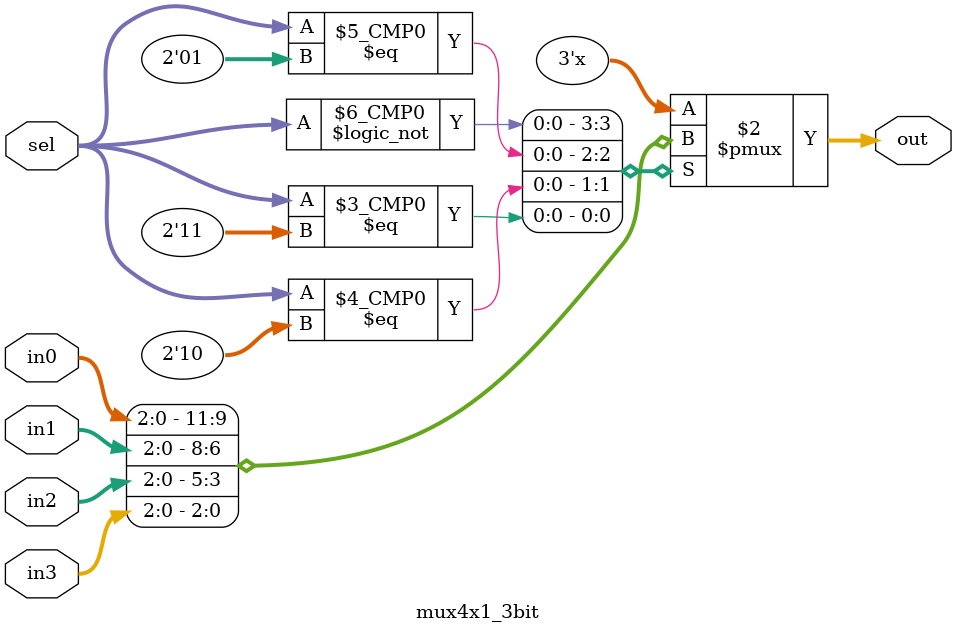
<source format=v>
`timescale 1ns / 1ps
module mux4x1_3bit(in0, in1, in2, in3, sel, out);
	input [2:0] in0;
	input [2:0] in1;
	input [2:0] in2;
	input [2:0] in3;
	input [1:0] sel;
	output reg [2:0] out;
	
	always @ (*) begin
		case(sel)
			2'b00: begin
				out <= in0;
			end
			2'b01: begin
				out <= in1;
			end
			2'b10: begin
				out <= in2;
			end
			2'b11: begin
				out <= in3;
			end
		endcase
	end
endmodule

</source>
